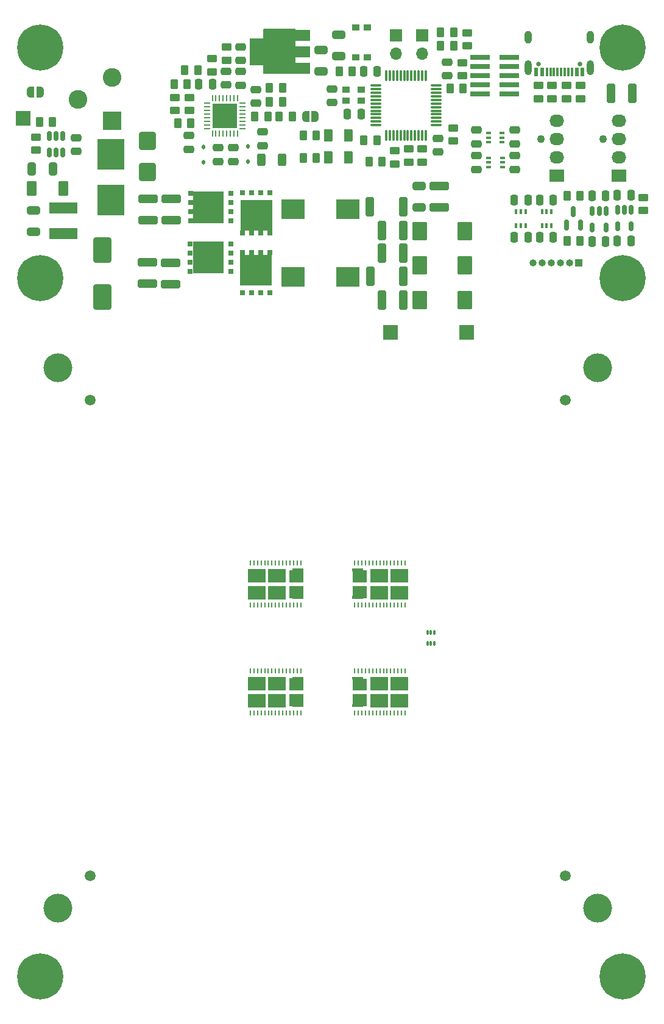
<source format=gts>
G04 #@! TF.GenerationSoftware,KiCad,Pcbnew,8.0.1-8.0.1-1~ubuntu22.04.1*
G04 #@! TF.CreationDate,2024-04-30T21:46:33+02:00*
G04 #@! TF.ProjectId,qaxe,71617865-2e6b-4696-9361-645f70636258,rev?*
G04 #@! TF.SameCoordinates,Original*
G04 #@! TF.FileFunction,Soldermask,Top*
G04 #@! TF.FilePolarity,Negative*
%FSLAX46Y46*%
G04 Gerber Fmt 4.6, Leading zero omitted, Abs format (unit mm)*
G04 Created by KiCad (PCBNEW 8.0.1-8.0.1-1~ubuntu22.04.1) date 2024-04-30 21:46:33*
%MOMM*%
%LPD*%
G01*
G04 APERTURE LIST*
G04 Aperture macros list*
%AMRoundRect*
0 Rectangle with rounded corners*
0 $1 Rounding radius*
0 $2 $3 $4 $5 $6 $7 $8 $9 X,Y pos of 4 corners*
0 Add a 4 corners polygon primitive as box body*
4,1,4,$2,$3,$4,$5,$6,$7,$8,$9,$2,$3,0*
0 Add four circle primitives for the rounded corners*
1,1,$1+$1,$2,$3*
1,1,$1+$1,$4,$5*
1,1,$1+$1,$6,$7*
1,1,$1+$1,$8,$9*
0 Add four rect primitives between the rounded corners*
20,1,$1+$1,$2,$3,$4,$5,0*
20,1,$1+$1,$4,$5,$6,$7,0*
20,1,$1+$1,$6,$7,$8,$9,0*
20,1,$1+$1,$8,$9,$2,$3,0*%
%AMFreePoly0*
4,1,19,0.500000,-0.750000,0.000000,-0.750000,0.000000,-0.744911,-0.071157,-0.744911,-0.207708,-0.704816,-0.327430,-0.627875,-0.420627,-0.520320,-0.479746,-0.390866,-0.500000,-0.250000,-0.500000,0.250000,-0.479746,0.390866,-0.420627,0.520320,-0.327430,0.627875,-0.207708,0.704816,-0.071157,0.744911,0.000000,0.744911,0.000000,0.750000,0.500000,0.750000,0.500000,-0.750000,0.500000,-0.750000,
$1*%
%AMFreePoly1*
4,1,19,0.000000,0.744911,0.071157,0.744911,0.207708,0.704816,0.327430,0.627875,0.420627,0.520320,0.479746,0.390866,0.500000,0.250000,0.500000,-0.250000,0.479746,-0.390866,0.420627,-0.520320,0.327430,-0.627875,0.207708,-0.704816,0.071157,-0.744911,0.000000,-0.744911,0.000000,-0.750000,-0.500000,-0.750000,-0.500000,0.750000,0.000000,0.750000,0.000000,0.744911,0.000000,0.744911,
$1*%
G04 Aperture macros list end*
%ADD10C,0.120000*%
%ADD11C,1.500000*%
%ADD12RoundRect,0.250000X-0.475000X0.250000X-0.475000X-0.250000X0.475000X-0.250000X0.475000X0.250000X0*%
%ADD13RoundRect,0.250000X0.250000X0.475000X-0.250000X0.475000X-0.250000X-0.475000X0.250000X-0.475000X0*%
%ADD14RoundRect,0.250000X0.650000X-0.325000X0.650000X0.325000X-0.650000X0.325000X-0.650000X-0.325000X0*%
%ADD15R,0.221000X0.792000*%
%ADD16RoundRect,0.250000X0.325000X1.100000X-0.325000X1.100000X-0.325000X-1.100000X0.325000X-1.100000X0*%
%ADD17R,3.300000X2.800000*%
%ADD18RoundRect,0.250000X-0.262500X-0.450000X0.262500X-0.450000X0.262500X0.450000X-0.262500X0.450000X0*%
%ADD19RoundRect,0.250000X0.450000X-0.262500X0.450000X0.262500X-0.450000X0.262500X-0.450000X-0.262500X0*%
%ADD20C,0.800000*%
%ADD21C,6.400000*%
%ADD22RoundRect,0.250000X-1.100000X0.325000X-1.100000X-0.325000X1.100000X-0.325000X1.100000X0.325000X0*%
%ADD23RoundRect,0.112500X-0.112500X0.187500X-0.112500X-0.187500X0.112500X-0.187500X0.112500X0.187500X0*%
%ADD24RoundRect,0.250000X-0.450000X0.262500X-0.450000X-0.262500X0.450000X-0.262500X0.450000X0.262500X0*%
%ADD25RoundRect,0.250000X-0.362500X-1.075000X0.362500X-1.075000X0.362500X1.075000X-0.362500X1.075000X0*%
%ADD26RoundRect,0.250000X0.262500X0.450000X-0.262500X0.450000X-0.262500X-0.450000X0.262500X-0.450000X0*%
%ADD27RoundRect,0.250000X0.475000X-0.250000X0.475000X0.250000X-0.475000X0.250000X-0.475000X-0.250000X0*%
%ADD28C,4.000000*%
%ADD29R,0.700000X0.700000*%
%ADD30R,4.510000X4.350000*%
%ADD31RoundRect,0.250000X0.375000X0.625000X-0.375000X0.625000X-0.375000X-0.625000X0.375000X-0.625000X0*%
%ADD32RoundRect,0.250000X-0.900000X1.000000X-0.900000X-1.000000X0.900000X-1.000000X0.900000X1.000000X0*%
%ADD33R,2.000000X2.000000*%
%ADD34R,0.400000X0.650000*%
%ADD35RoundRect,0.250000X-0.325000X-1.100000X0.325000X-1.100000X0.325000X1.100000X-0.325000X1.100000X0*%
%ADD36R,1.700000X1.700000*%
%ADD37O,1.700000X1.700000*%
%ADD38RoundRect,0.150000X-0.150000X0.512500X-0.150000X-0.512500X0.150000X-0.512500X0.150000X0.512500X0*%
%ADD39R,1.000000X1.000000*%
%ADD40O,1.000000X1.000000*%
%ADD41C,1.100000*%
%ADD42R,2.030000X1.730000*%
%ADD43O,2.030000X1.730000*%
%ADD44R,0.650000X0.400000*%
%ADD45RoundRect,0.250000X1.100000X-0.325000X1.100000X0.325000X-1.100000X0.325000X-1.100000X-0.325000X0*%
%ADD46R,4.350000X4.510000*%
%ADD47RoundRect,0.250000X-0.250000X-0.475000X0.250000X-0.475000X0.250000X0.475000X-0.250000X0.475000X0*%
%ADD48RoundRect,0.250000X0.450000X0.800000X-0.450000X0.800000X-0.450000X-0.800000X0.450000X-0.800000X0*%
%ADD49R,1.000000X0.900000*%
%ADD50FreePoly0,180.000000*%
%ADD51FreePoly1,180.000000*%
%ADD52RoundRect,0.250000X-1.000000X1.500000X-1.000000X-1.500000X1.000000X-1.500000X1.000000X1.500000X0*%
%ADD53R,4.000000X1.500000*%
%ADD54RoundRect,0.250000X0.312500X0.625000X-0.312500X0.625000X-0.312500X-0.625000X0.312500X-0.625000X0*%
%ADD55FreePoly0,0.000000*%
%ADD56FreePoly1,0.000000*%
%ADD57RoundRect,0.075000X-0.662500X-0.075000X0.662500X-0.075000X0.662500X0.075000X-0.662500X0.075000X0*%
%ADD58RoundRect,0.075000X-0.075000X-0.662500X0.075000X-0.662500X0.075000X0.662500X-0.075000X0.662500X0*%
%ADD59RoundRect,0.050000X-0.100000X0.285000X-0.100000X-0.285000X0.100000X-0.285000X0.100000X0.285000X0*%
%ADD60R,2.600000X2.600000*%
%ADD61C,2.600000*%
%ADD62R,2.760000X0.650000*%
%ADD63R,3.810000X4.245000*%
%ADD64RoundRect,0.250000X-0.650000X0.325000X-0.650000X-0.325000X0.650000X-0.325000X0.650000X0.325000X0*%
%ADD65RoundRect,0.250000X-0.787500X-1.025000X0.787500X-1.025000X0.787500X1.025000X-0.787500X1.025000X0*%
%ADD66R,2.000000X1.500000*%
%ADD67R,2.000000X3.800000*%
%ADD68RoundRect,0.062500X-0.062500X0.375000X-0.062500X-0.375000X0.062500X-0.375000X0.062500X0.375000X0*%
%ADD69RoundRect,0.062500X-0.375000X0.062500X-0.375000X-0.062500X0.375000X-0.062500X0.375000X0.062500X0*%
%ADD70R,3.450000X3.450000*%
%ADD71RoundRect,0.150000X0.150000X-0.587500X0.150000X0.587500X-0.150000X0.587500X-0.150000X-0.587500X0*%
%ADD72C,0.650000*%
%ADD73R,0.600000X1.150000*%
%ADD74R,0.300000X1.150000*%
%ADD75O,1.000000X2.100000*%
%ADD76O,1.000000X1.800000*%
%ADD77RoundRect,0.250000X0.325000X0.650000X-0.325000X0.650000X-0.325000X-0.650000X0.325000X-0.650000X0*%
G04 APERTURE END LIST*
G36*
X98400000Y-115350000D02*
G01*
X99900000Y-115350000D01*
X99900000Y-115775000D01*
X98400000Y-115775000D01*
X98400000Y-115350000D01*
G37*
G36*
X98400000Y-134200000D02*
G01*
X99900000Y-134200000D01*
X99900000Y-134600000D01*
X98400000Y-134600000D01*
X98400000Y-134200000D01*
G37*
G36*
X90100000Y-130375000D02*
G01*
X91600000Y-130375000D01*
X91600000Y-130975000D01*
X90100000Y-130975000D01*
X90100000Y-130375000D01*
G37*
G36*
X98400000Y-130375000D02*
G01*
X99900000Y-130375000D01*
X99900000Y-130775000D01*
X98400000Y-130775000D01*
X98400000Y-130375000D01*
G37*
G36*
X90100000Y-134000000D02*
G01*
X91600000Y-134000000D01*
X91600000Y-134600000D01*
X90100000Y-134600000D01*
X90100000Y-134000000D01*
G37*
G36*
X98400000Y-119175000D02*
G01*
X99900000Y-119175000D01*
X99900000Y-119600000D01*
X98400000Y-119600000D01*
X98400000Y-119175000D01*
G37*
G36*
X90100000Y-119150000D02*
G01*
X91600000Y-119150000D01*
X91600000Y-119600000D01*
X90100000Y-119600000D01*
X90100000Y-119150000D01*
G37*
G36*
X90100000Y-115350000D02*
G01*
X91600000Y-115350000D01*
X91600000Y-115800000D01*
X90100000Y-115800000D01*
X90100000Y-115350000D01*
G37*
D10*
X83920000Y-117220000D02*
X86280000Y-117220000D01*
X86280000Y-115420000D01*
X83920000Y-115420000D01*
X83920000Y-117220000D01*
G36*
X83920000Y-117220000D02*
G01*
X86280000Y-117220000D01*
X86280000Y-115420000D01*
X83920000Y-115420000D01*
X83920000Y-117220000D01*
G37*
X83920000Y-119570000D02*
X86280000Y-119570000D01*
X86280000Y-117770000D01*
X83920000Y-117770000D01*
X83920000Y-119570000D01*
G36*
X83920000Y-119570000D02*
G01*
X86280000Y-119570000D01*
X86280000Y-117770000D01*
X83920000Y-117770000D01*
X83920000Y-119570000D01*
G37*
X86730000Y-119590000D02*
X89090000Y-119590000D01*
X89090000Y-117790000D01*
X86730000Y-117790000D01*
X86730000Y-119590000D01*
G36*
X86730000Y-119590000D02*
G01*
X89090000Y-119590000D01*
X89090000Y-117790000D01*
X86730000Y-117790000D01*
X86730000Y-119590000D01*
G37*
X86740000Y-117220000D02*
X89100000Y-117220000D01*
X89100000Y-115420000D01*
X86740000Y-115420000D01*
X86740000Y-117220000D01*
G36*
X86740000Y-117220000D02*
G01*
X89100000Y-117220000D01*
X89100000Y-115420000D01*
X86740000Y-115420000D01*
X86740000Y-117220000D01*
G37*
X89670000Y-117200000D02*
X91550000Y-117200000D01*
X91550000Y-115620000D01*
X89670000Y-115620000D01*
X89670000Y-117200000D01*
G36*
X89670000Y-117200000D02*
G01*
X91550000Y-117200000D01*
X91550000Y-115620000D01*
X89670000Y-115620000D01*
X89670000Y-117200000D01*
G37*
X89680000Y-119370000D02*
X91550000Y-119370000D01*
X91550000Y-117790000D01*
X89680000Y-117790000D01*
X89680000Y-119370000D01*
G36*
X89680000Y-119370000D02*
G01*
X91550000Y-119370000D01*
X91550000Y-117790000D01*
X89680000Y-117790000D01*
X89680000Y-119370000D01*
G37*
X83920000Y-132220000D02*
X86280000Y-132220000D01*
X86280000Y-130420000D01*
X83920000Y-130420000D01*
X83920000Y-132220000D01*
G36*
X83920000Y-132220000D02*
G01*
X86280000Y-132220000D01*
X86280000Y-130420000D01*
X83920000Y-130420000D01*
X83920000Y-132220000D01*
G37*
X83920000Y-134570000D02*
X86280000Y-134570000D01*
X86280000Y-132770000D01*
X83920000Y-132770000D01*
X83920000Y-134570000D01*
G36*
X83920000Y-134570000D02*
G01*
X86280000Y-134570000D01*
X86280000Y-132770000D01*
X83920000Y-132770000D01*
X83920000Y-134570000D01*
G37*
X86730000Y-134590000D02*
X89090000Y-134590000D01*
X89090000Y-132790000D01*
X86730000Y-132790000D01*
X86730000Y-134590000D01*
G36*
X86730000Y-134590000D02*
G01*
X89090000Y-134590000D01*
X89090000Y-132790000D01*
X86730000Y-132790000D01*
X86730000Y-134590000D01*
G37*
X86740000Y-132220000D02*
X89100000Y-132220000D01*
X89100000Y-130420000D01*
X86740000Y-130420000D01*
X86740000Y-132220000D01*
G36*
X86740000Y-132220000D02*
G01*
X89100000Y-132220000D01*
X89100000Y-130420000D01*
X86740000Y-130420000D01*
X86740000Y-132220000D01*
G37*
X89670000Y-132200000D02*
X91550000Y-132200000D01*
X91550000Y-130620000D01*
X89670000Y-130620000D01*
X89670000Y-132200000D01*
G36*
X89670000Y-132200000D02*
G01*
X91550000Y-132200000D01*
X91550000Y-130620000D01*
X89670000Y-130620000D01*
X89670000Y-132200000D01*
G37*
X89680000Y-134370000D02*
X91550000Y-134370000D01*
X91550000Y-132790000D01*
X89680000Y-132790000D01*
X89680000Y-134370000D01*
G36*
X89680000Y-134370000D02*
G01*
X91550000Y-134370000D01*
X91550000Y-132790000D01*
X89680000Y-132790000D01*
X89680000Y-134370000D01*
G37*
X100320000Y-115630000D02*
X98450000Y-115630000D01*
X98450000Y-117210000D01*
X100320000Y-117210000D01*
X100320000Y-115630000D01*
G36*
X100320000Y-115630000D02*
G01*
X98450000Y-115630000D01*
X98450000Y-117210000D01*
X100320000Y-117210000D01*
X100320000Y-115630000D01*
G37*
X100330000Y-117800000D02*
X98450000Y-117800000D01*
X98450000Y-119380000D01*
X100330000Y-119380000D01*
X100330000Y-117800000D01*
G36*
X100330000Y-117800000D02*
G01*
X98450000Y-117800000D01*
X98450000Y-119380000D01*
X100330000Y-119380000D01*
X100330000Y-117800000D01*
G37*
X103260000Y-117780000D02*
X100900000Y-117780000D01*
X100900000Y-119580000D01*
X103260000Y-119580000D01*
X103260000Y-117780000D01*
G36*
X103260000Y-117780000D02*
G01*
X100900000Y-117780000D01*
X100900000Y-119580000D01*
X103260000Y-119580000D01*
X103260000Y-117780000D01*
G37*
X103270000Y-115410000D02*
X100910000Y-115410000D01*
X100910000Y-117210000D01*
X103270000Y-117210000D01*
X103270000Y-115410000D01*
G36*
X103270000Y-115410000D02*
G01*
X100910000Y-115410000D01*
X100910000Y-117210000D01*
X103270000Y-117210000D01*
X103270000Y-115410000D01*
G37*
X106080000Y-115430000D02*
X103720000Y-115430000D01*
X103720000Y-117230000D01*
X106080000Y-117230000D01*
X106080000Y-115430000D01*
G36*
X106080000Y-115430000D02*
G01*
X103720000Y-115430000D01*
X103720000Y-117230000D01*
X106080000Y-117230000D01*
X106080000Y-115430000D01*
G37*
X106080000Y-117780000D02*
X103720000Y-117780000D01*
X103720000Y-119580000D01*
X106080000Y-119580000D01*
X106080000Y-117780000D01*
G36*
X106080000Y-117780000D02*
G01*
X103720000Y-117780000D01*
X103720000Y-119580000D01*
X106080000Y-119580000D01*
X106080000Y-117780000D01*
G37*
X100320000Y-130630000D02*
X98450000Y-130630000D01*
X98450000Y-132210000D01*
X100320000Y-132210000D01*
X100320000Y-130630000D01*
G36*
X100320000Y-130630000D02*
G01*
X98450000Y-130630000D01*
X98450000Y-132210000D01*
X100320000Y-132210000D01*
X100320000Y-130630000D01*
G37*
X100330000Y-132800000D02*
X98450000Y-132800000D01*
X98450000Y-134380000D01*
X100330000Y-134380000D01*
X100330000Y-132800000D01*
G36*
X100330000Y-132800000D02*
G01*
X98450000Y-132800000D01*
X98450000Y-134380000D01*
X100330000Y-134380000D01*
X100330000Y-132800000D01*
G37*
X103260000Y-132780000D02*
X100900000Y-132780000D01*
X100900000Y-134580000D01*
X103260000Y-134580000D01*
X103260000Y-132780000D01*
G36*
X103260000Y-132780000D02*
G01*
X100900000Y-132780000D01*
X100900000Y-134580000D01*
X103260000Y-134580000D01*
X103260000Y-132780000D01*
G37*
X103270000Y-130410000D02*
X100910000Y-130410000D01*
X100910000Y-132210000D01*
X103270000Y-132210000D01*
X103270000Y-130410000D01*
G36*
X103270000Y-130410000D02*
G01*
X100910000Y-130410000D01*
X100910000Y-132210000D01*
X103270000Y-132210000D01*
X103270000Y-130410000D01*
G37*
X106080000Y-130430000D02*
X103720000Y-130430000D01*
X103720000Y-132230000D01*
X106080000Y-132230000D01*
X106080000Y-130430000D01*
G36*
X106080000Y-130430000D02*
G01*
X103720000Y-130430000D01*
X103720000Y-132230000D01*
X106080000Y-132230000D01*
X106080000Y-130430000D01*
G37*
X106080000Y-132780000D02*
X103720000Y-132780000D01*
X103720000Y-134580000D01*
X106080000Y-134580000D01*
X106080000Y-132780000D01*
G36*
X106080000Y-132780000D02*
G01*
X103720000Y-132780000D01*
X103720000Y-134580000D01*
X106080000Y-134580000D01*
X106080000Y-132780000D01*
G37*
D11*
X62000000Y-92000000D03*
D12*
X115697000Y-58044000D03*
X115697000Y-59944000D03*
D13*
X133626315Y-69976089D03*
X131726315Y-69976089D03*
D14*
X54150000Y-68565000D03*
X54150000Y-65615000D03*
D15*
X91264000Y-114584000D03*
X90762000Y-114584000D03*
X90260000Y-114584000D03*
X89758000Y-114584000D03*
X89256000Y-114584000D03*
X88754000Y-114584000D03*
X88252000Y-114584000D03*
X87750000Y-114584000D03*
X87248000Y-114584000D03*
X86746000Y-114584000D03*
X86244000Y-114584000D03*
X85742000Y-114584000D03*
X85240000Y-114584000D03*
X84738000Y-114584000D03*
X84236000Y-114584000D03*
X84236000Y-120416000D03*
X84751000Y-120416000D03*
X85251000Y-120416000D03*
X85751000Y-120416000D03*
X86251000Y-120416000D03*
X86751000Y-120416000D03*
X87248000Y-120416000D03*
X87751000Y-120416000D03*
X88252000Y-120416000D03*
X88754000Y-120416000D03*
X89256000Y-120416000D03*
X89758000Y-120416000D03*
X90251000Y-120416000D03*
X90762000Y-120416000D03*
X91251000Y-120416000D03*
D16*
X105475000Y-78100000D03*
X102525000Y-78100000D03*
D17*
X90180000Y-65440000D03*
X97790000Y-65440000D03*
D18*
X88257500Y-52590000D03*
X90082500Y-52590000D03*
D19*
X54450000Y-57290000D03*
X54450000Y-55465000D03*
D18*
X54937500Y-53377500D03*
X56762500Y-53377500D03*
D20*
X52600000Y-43000000D03*
X53302944Y-41302944D03*
X53302944Y-44697056D03*
X55000000Y-40600000D03*
D21*
X55000000Y-43000000D03*
D20*
X55000000Y-45400000D03*
X56697056Y-41302944D03*
X56697056Y-44697056D03*
X57400000Y-43000000D03*
D22*
X73200000Y-72900000D03*
X73200000Y-75850000D03*
D19*
X78900000Y-46400000D03*
X78900000Y-44575000D03*
D13*
X137126315Y-63556089D03*
X135226315Y-63556089D03*
D12*
X79770000Y-56955000D03*
X79770000Y-58855000D03*
D19*
X114400000Y-42812500D03*
X114400000Y-40987500D03*
D23*
X83870000Y-56755000D03*
X83870000Y-58855000D03*
D24*
X113726000Y-45142500D03*
X113726000Y-46967500D03*
D25*
X100875000Y-65145000D03*
X105500000Y-65145000D03*
D12*
X85017500Y-48835000D03*
X85017500Y-50735000D03*
D26*
X86692000Y-52570000D03*
X84867000Y-52570000D03*
D27*
X111567000Y-46950000D03*
X111567000Y-45050000D03*
D28*
X132500000Y-162500000D03*
D26*
X112512500Y-42800000D03*
X110687500Y-42800000D03*
D29*
X83125000Y-77080000D03*
X84395000Y-77080000D03*
X85665000Y-77080000D03*
X86935000Y-77080000D03*
D30*
X85030000Y-73950000D03*
D29*
X83125000Y-71480000D03*
X84395000Y-71480000D03*
X85665000Y-71480000D03*
X86935000Y-71480000D03*
D31*
X97900000Y-58293000D03*
X95100000Y-58293000D03*
D12*
X120965000Y-54503000D03*
X120965000Y-56403000D03*
D32*
X69960000Y-56020000D03*
X69960000Y-60320000D03*
D33*
X103700000Y-82600000D03*
D34*
X124775200Y-67726600D03*
X125425200Y-67726600D03*
X126075200Y-67726600D03*
X126075200Y-65826600D03*
X125425200Y-65826600D03*
X124775200Y-65826600D03*
D35*
X134350000Y-49400000D03*
X137300000Y-49400000D03*
D13*
X122826315Y-64176089D03*
X120926315Y-64176089D03*
D36*
X108100000Y-41325000D03*
D37*
X108100000Y-43865000D03*
D24*
X138880000Y-63845000D03*
X138880000Y-65670000D03*
D38*
X137176315Y-65576089D03*
X136226315Y-65576089D03*
X135276315Y-65576089D03*
X135276315Y-67851089D03*
X137176315Y-67851089D03*
D39*
X129875000Y-72900000D03*
D40*
X128605000Y-72900000D03*
X127335000Y-72900000D03*
X126065000Y-72900000D03*
X124795000Y-72900000D03*
X123525000Y-72900000D03*
D19*
X124300000Y-50112500D03*
X124300000Y-48287500D03*
D27*
X75670000Y-57140000D03*
X75670000Y-55240000D03*
D41*
X133303000Y-55740000D03*
D42*
X135463000Y-60820000D03*
D43*
X135463000Y-58280000D03*
X135463000Y-55740000D03*
X135463000Y-53200000D03*
D33*
X114300000Y-82600000D03*
D19*
X106261500Y-58949500D03*
X106261500Y-57124500D03*
D28*
X57500000Y-162500000D03*
D36*
X104500000Y-41325000D03*
D37*
X104500000Y-43865000D03*
D28*
X57500000Y-87500000D03*
D14*
X107700000Y-65175000D03*
X107700000Y-62225000D03*
D19*
X128200000Y-50112500D03*
X128200000Y-48287500D03*
D18*
X86870000Y-48605000D03*
X88695000Y-48605000D03*
D19*
X130100000Y-50112500D03*
X130100000Y-48287500D03*
D44*
X117312400Y-54899800D03*
X117312400Y-55549800D03*
X117312400Y-56199800D03*
X119212400Y-56199800D03*
X119212400Y-55549800D03*
X119212400Y-54899800D03*
D26*
X88695000Y-50605000D03*
X86870000Y-50605000D03*
D45*
X110500000Y-65175000D03*
X110500000Y-62225000D03*
D25*
X100887500Y-74825001D03*
X105512500Y-74825001D03*
D29*
X81539000Y-67105000D03*
X81539000Y-65835000D03*
X81539000Y-64565000D03*
X81539000Y-63295000D03*
D46*
X78409000Y-65200000D03*
D29*
X75939000Y-67105000D03*
X75939000Y-65835000D03*
X75939000Y-64565000D03*
X75939000Y-63295000D03*
D12*
X60050000Y-55540000D03*
X60050000Y-57440000D03*
D47*
X124426315Y-69376089D03*
X126326315Y-69376089D03*
D11*
X62000000Y-158000000D03*
D26*
X113812500Y-48700000D03*
X111987500Y-48700000D03*
D12*
X121031000Y-58044000D03*
X121031000Y-59944000D03*
D34*
X122493800Y-65826600D03*
X121843800Y-65826600D03*
X121193800Y-65826600D03*
X121193800Y-67726600D03*
X121843800Y-67726600D03*
X122493800Y-67726600D03*
D45*
X73250000Y-66975000D03*
X73250000Y-64025000D03*
D12*
X110363000Y-55652000D03*
X110363000Y-57552000D03*
D20*
X133600000Y-43000000D03*
X134302944Y-41302944D03*
X134302944Y-44697056D03*
X136000000Y-40600000D03*
D21*
X136000000Y-43000000D03*
D20*
X136000000Y-45400000D03*
X137697056Y-41302944D03*
X137697056Y-44697056D03*
X138400000Y-43000000D03*
D29*
X81500000Y-74105000D03*
X81500000Y-72835000D03*
X81500000Y-71565000D03*
X81500000Y-70295000D03*
D46*
X78370000Y-72200000D03*
D29*
X75900000Y-74105000D03*
X75900000Y-72835000D03*
X75900000Y-71565000D03*
X75900000Y-70295000D03*
D18*
X100015000Y-55878000D03*
X101840000Y-55878000D03*
D31*
X97899750Y-55199000D03*
X95099750Y-55199000D03*
D48*
X58250000Y-62590000D03*
X53850000Y-62590000D03*
D28*
X132500000Y-87500000D03*
D19*
X104300000Y-59175000D03*
X104300000Y-57350000D03*
D49*
X97538000Y-50386000D03*
X99688000Y-50386000D03*
X99688000Y-48836000D03*
X97538000Y-48836000D03*
D11*
X128000000Y-158000000D03*
D15*
X91264000Y-129584000D03*
X90762000Y-129584000D03*
X90260000Y-129584000D03*
X89758000Y-129584000D03*
X89256000Y-129584000D03*
X88754000Y-129584000D03*
X88252000Y-129584000D03*
X87750000Y-129584000D03*
X87248000Y-129584000D03*
X86746000Y-129584000D03*
X86244000Y-129584000D03*
X85742000Y-129584000D03*
X85240000Y-129584000D03*
X84738000Y-129584000D03*
X84236000Y-129584000D03*
X84236000Y-135416000D03*
X84751000Y-135416000D03*
X85251000Y-135416000D03*
X85751000Y-135416000D03*
X86251000Y-135416000D03*
X86751000Y-135416000D03*
X87248000Y-135416000D03*
X87751000Y-135416000D03*
X88252000Y-135416000D03*
X88754000Y-135416000D03*
X89256000Y-135416000D03*
X89758000Y-135416000D03*
X90251000Y-135416000D03*
X90762000Y-135416000D03*
X91251000Y-135416000D03*
D27*
X82900000Y-48250000D03*
X82900000Y-46350000D03*
D50*
X93233000Y-52578000D03*
D51*
X91933000Y-52578000D03*
D13*
X122826315Y-69376089D03*
X120926315Y-69376089D03*
D19*
X108166500Y-58949500D03*
X108166500Y-57124500D03*
D20*
X133600000Y-172000000D03*
X134302944Y-170302944D03*
X134302944Y-173697056D03*
X136000000Y-169600000D03*
D21*
X136000000Y-172000000D03*
D20*
X136000000Y-174400000D03*
X137697056Y-170302944D03*
X137697056Y-173697056D03*
X138400000Y-172000000D03*
D16*
X105475000Y-68400000D03*
X102525000Y-68400000D03*
D24*
X73780000Y-49945000D03*
X73780000Y-51770000D03*
D19*
X126200000Y-50112500D03*
X126200000Y-48287500D03*
D52*
X63710000Y-71150000D03*
X63710000Y-77650000D03*
D38*
X58200000Y-55340000D03*
X57250000Y-55340000D03*
X56300000Y-55340000D03*
X56300000Y-57615000D03*
X57250000Y-57615000D03*
X58200000Y-57615000D03*
D15*
X98736000Y-120416000D03*
X99238000Y-120416000D03*
X99740000Y-120416000D03*
X100242000Y-120416000D03*
X100744000Y-120416000D03*
X101246000Y-120416000D03*
X101748000Y-120416000D03*
X102250000Y-120416000D03*
X102752000Y-120416000D03*
X103254000Y-120416000D03*
X103756000Y-120416000D03*
X104258000Y-120416000D03*
X104760000Y-120416000D03*
X105262000Y-120416000D03*
X105764000Y-120416000D03*
X105764000Y-114584000D03*
X105249000Y-114584000D03*
X104749000Y-114584000D03*
X104249000Y-114584000D03*
X103749000Y-114584000D03*
X103249000Y-114584000D03*
X102752000Y-114584000D03*
X102249000Y-114584000D03*
X101748000Y-114584000D03*
X101246000Y-114584000D03*
X100744000Y-114584000D03*
X100242000Y-114584000D03*
X99749000Y-114584000D03*
X99238000Y-114584000D03*
X98749000Y-114584000D03*
D13*
X137126315Y-69856089D03*
X135226315Y-69856089D03*
D53*
X58250000Y-65290000D03*
X58250000Y-68890000D03*
D18*
X91589250Y-55245000D03*
X93414250Y-55245000D03*
D26*
X130058815Y-69876089D03*
X128233815Y-69876089D03*
D47*
X124426315Y-64176089D03*
X126326315Y-64176089D03*
D18*
X74147500Y-53520000D03*
X75972500Y-53520000D03*
D27*
X80870000Y-48230000D03*
X80870000Y-46330000D03*
D38*
X133676315Y-65696089D03*
X132726315Y-65696089D03*
X131776315Y-65696089D03*
X131776315Y-67971089D03*
X133676315Y-67971089D03*
D20*
X52600000Y-75000000D03*
X53302944Y-73302944D03*
X53302944Y-76697056D03*
X55000000Y-72600000D03*
D21*
X55000000Y-75000000D03*
D20*
X55000000Y-77400000D03*
X56697056Y-73302944D03*
X56697056Y-76697056D03*
X57400000Y-75000000D03*
D13*
X101880500Y-46300000D03*
X99980500Y-46300000D03*
X133626315Y-63576089D03*
X131726315Y-63576089D03*
D15*
X98736000Y-135416000D03*
X99238000Y-135416000D03*
X99740000Y-135416000D03*
X100242000Y-135416000D03*
X100744000Y-135416000D03*
X101246000Y-135416000D03*
X101748000Y-135416000D03*
X102250000Y-135416000D03*
X102752000Y-135416000D03*
X103254000Y-135416000D03*
X103756000Y-135416000D03*
X104258000Y-135416000D03*
X104760000Y-135416000D03*
X105262000Y-135416000D03*
X105764000Y-135416000D03*
X105764000Y-129584000D03*
X105249000Y-129584000D03*
X104749000Y-129584000D03*
X104249000Y-129584000D03*
X103749000Y-129584000D03*
X103249000Y-129584000D03*
X102752000Y-129584000D03*
X102249000Y-129584000D03*
X101748000Y-129584000D03*
X101246000Y-129584000D03*
X100744000Y-129584000D03*
X100242000Y-129584000D03*
X99749000Y-129584000D03*
X99238000Y-129584000D03*
X98749000Y-129584000D03*
D41*
X124667000Y-55740000D03*
D42*
X126827000Y-60820000D03*
D43*
X126827000Y-58280000D03*
X126827000Y-55740000D03*
X126827000Y-53200000D03*
D20*
X133600000Y-75000000D03*
X134302944Y-73302944D03*
X134302944Y-76697056D03*
X136000000Y-72600000D03*
D21*
X136000000Y-75000000D03*
D20*
X136000000Y-77400000D03*
X137697056Y-73302944D03*
X137697056Y-76697056D03*
X138400000Y-75000000D03*
D19*
X75770000Y-51792500D03*
X75770000Y-49967500D03*
D13*
X99650000Y-52222400D03*
X97750000Y-52222400D03*
D54*
X88672500Y-58580000D03*
X85747500Y-58580000D03*
D55*
X53700000Y-49250000D03*
D56*
X55000000Y-49250000D03*
D27*
X82900000Y-44850000D03*
X82900000Y-42950000D03*
D26*
X75470000Y-48105000D03*
X73645000Y-48105000D03*
D57*
X101718000Y-48302000D03*
X101718000Y-48802000D03*
X101718000Y-49302000D03*
X101718000Y-49802000D03*
X101718000Y-50302000D03*
X101718000Y-50802000D03*
X101718000Y-51302000D03*
X101718000Y-51802000D03*
X101718000Y-52302000D03*
X101718000Y-52802000D03*
X101718000Y-53302000D03*
X101718000Y-53802000D03*
D58*
X103130500Y-55214500D03*
X103630500Y-55214500D03*
X104130500Y-55214500D03*
X104630500Y-55214500D03*
X105130500Y-55214500D03*
X105630500Y-55214500D03*
X106130500Y-55214500D03*
X106630500Y-55214500D03*
X107130500Y-55214500D03*
X107630500Y-55214500D03*
X108130500Y-55214500D03*
X108630500Y-55214500D03*
D57*
X110043000Y-53802000D03*
X110043000Y-53302000D03*
X110043000Y-52802000D03*
X110043000Y-52302000D03*
X110043000Y-51802000D03*
X110043000Y-51302000D03*
X110043000Y-50802000D03*
X110043000Y-50302000D03*
X110043000Y-49802000D03*
X110043000Y-49302000D03*
X110043000Y-48802000D03*
X110043000Y-48302000D03*
D58*
X108630500Y-46889500D03*
X108130500Y-46889500D03*
X107630500Y-46889500D03*
X107130500Y-46889500D03*
X106630500Y-46889500D03*
X106130500Y-46889500D03*
X105630500Y-46889500D03*
X105130500Y-46889500D03*
X104630500Y-46889500D03*
X104130500Y-46889500D03*
X103630500Y-46889500D03*
X103130500Y-46889500D03*
D59*
X109850000Y-124260000D03*
X109350000Y-124260000D03*
X108850000Y-124260000D03*
X108850000Y-125740000D03*
X109350000Y-125740000D03*
X109850000Y-125740000D03*
D33*
X52650000Y-52890000D03*
D60*
X65000000Y-53200000D03*
D61*
X65000000Y-47200000D03*
X60300000Y-50200000D03*
D62*
X120191000Y-49484000D03*
X116151000Y-49484000D03*
X120191000Y-48214000D03*
X116151000Y-48214000D03*
X120191000Y-46944000D03*
X116151000Y-46944000D03*
X120191000Y-45674000D03*
X116151000Y-45674000D03*
X120191000Y-44404000D03*
X116151000Y-44404000D03*
D16*
X105475000Y-71600000D03*
X102525000Y-71600000D03*
D63*
X64900000Y-64187500D03*
X64900000Y-57812500D03*
D64*
X96500000Y-41238000D03*
X96500000Y-44188000D03*
D18*
X91589500Y-58339000D03*
X93414500Y-58339000D03*
X96587500Y-46300000D03*
X98412500Y-46300000D03*
D65*
X107787500Y-78100000D03*
X114012500Y-78100000D03*
D17*
X90180000Y-74838000D03*
X97790000Y-74838000D03*
D12*
X95565000Y-48788000D03*
X95565000Y-50688000D03*
D66*
X91522000Y-45902000D03*
X91522000Y-43602000D03*
D67*
X85222000Y-43602000D03*
D66*
X91522000Y-41302000D03*
D26*
X112512500Y-40900000D03*
X110687500Y-40900000D03*
D68*
X82457500Y-50067500D03*
X81957500Y-50067500D03*
X81457500Y-50067500D03*
X80957500Y-50067500D03*
X80457500Y-50067500D03*
X79957500Y-50067500D03*
X79457500Y-50067500D03*
X78957500Y-50067500D03*
D69*
X78270000Y-50755000D03*
X78270000Y-51255000D03*
X78270000Y-51755000D03*
X78270000Y-52255000D03*
X78270000Y-52755000D03*
X78270000Y-53255000D03*
X78270000Y-53755000D03*
X78270000Y-54255000D03*
D68*
X78957500Y-54942500D03*
X79457500Y-54942500D03*
X79957500Y-54942500D03*
X80457500Y-54942500D03*
X80957500Y-54942500D03*
X81457500Y-54942500D03*
X81957500Y-54942500D03*
X82457500Y-54942500D03*
D69*
X83145000Y-54255000D03*
X83145000Y-53755000D03*
X83145000Y-53255000D03*
X83145000Y-52755000D03*
X83145000Y-52255000D03*
X83145000Y-51755000D03*
X83145000Y-51255000D03*
X83145000Y-50755000D03*
D70*
X80707500Y-52505000D03*
D49*
X100500000Y-40250000D03*
X100500000Y-44350000D03*
X98900000Y-40250000D03*
X98900000Y-44350000D03*
D12*
X115631000Y-54503000D03*
X115631000Y-56403000D03*
D71*
X128196315Y-67703589D03*
X130096315Y-67703589D03*
X129146315Y-65828589D03*
D29*
X87000000Y-63187500D03*
X85730000Y-63187500D03*
X84460000Y-63187500D03*
X83190000Y-63187500D03*
D30*
X85095000Y-66317500D03*
D29*
X87000000Y-68787500D03*
X85730000Y-68787500D03*
X84460000Y-68787500D03*
X83190000Y-68787500D03*
D72*
X130090000Y-45305000D03*
X124310000Y-45305000D03*
D73*
X130400000Y-46380000D03*
X129600000Y-46380000D03*
D74*
X128450000Y-46380000D03*
X127450000Y-46380000D03*
X126950000Y-46380000D03*
X125950000Y-46380000D03*
D73*
X124800000Y-46380000D03*
X124000000Y-46380000D03*
X124000000Y-46380000D03*
X124800000Y-46380000D03*
D74*
X125450000Y-46380000D03*
X126450000Y-46380000D03*
X127950000Y-46380000D03*
X128950000Y-46380000D03*
D73*
X129600000Y-46380000D03*
X130400000Y-46380000D03*
D75*
X131520000Y-45805000D03*
D76*
X131520000Y-41625000D03*
D75*
X122880000Y-45805000D03*
D76*
X122880000Y-41625000D03*
D44*
X117363200Y-58328800D03*
X117363200Y-58978800D03*
X117363200Y-59628800D03*
X119263200Y-59628800D03*
X119263200Y-58978800D03*
X119263200Y-58328800D03*
D65*
X107787500Y-68500000D03*
X114012500Y-68500000D03*
D11*
X128000000Y-92000000D03*
D22*
X69900000Y-72875000D03*
X69900000Y-75825000D03*
D45*
X70000000Y-66975000D03*
X70000000Y-64025000D03*
D23*
X77770000Y-56855000D03*
X77770000Y-58955000D03*
D13*
X78970000Y-48155000D03*
X77070000Y-48155000D03*
D26*
X76970000Y-46205000D03*
X75145000Y-46205000D03*
D27*
X81870000Y-58855000D03*
X81870000Y-56955000D03*
D65*
X107787500Y-73300000D03*
X114012500Y-73300000D03*
D12*
X85970000Y-54755000D03*
X85970000Y-56655000D03*
D18*
X100737500Y-58900000D03*
X102562500Y-58900000D03*
X128233815Y-63576089D03*
X130058815Y-63576089D03*
D19*
X112413000Y-56028500D03*
X112413000Y-54203500D03*
D77*
X56825000Y-59890000D03*
X53875000Y-59890000D03*
D64*
X94087000Y-43397000D03*
X94087000Y-46347000D03*
D20*
X52600000Y-172000000D03*
X53302944Y-170302944D03*
X53302944Y-173697056D03*
X55000000Y-169600000D03*
D21*
X55000000Y-172000000D03*
D20*
X55000000Y-174400000D03*
X56697056Y-170302944D03*
X56697056Y-173697056D03*
X57400000Y-172000000D03*
D19*
X80970000Y-44805000D03*
X80970000Y-42980000D03*
G36*
X90486039Y-40419685D02*
G01*
X90531794Y-40472489D01*
X90543000Y-40524000D01*
X90543000Y-46576000D01*
X90523315Y-46643039D01*
X90470511Y-46688794D01*
X90419000Y-46700000D01*
X86124000Y-46700000D01*
X86056961Y-46680315D01*
X86011206Y-46627511D01*
X86000000Y-46576000D01*
X86000000Y-40524000D01*
X86019685Y-40456961D01*
X86072489Y-40411206D01*
X86124000Y-40400000D01*
X90419000Y-40400000D01*
X90486039Y-40419685D01*
G37*
M02*

</source>
